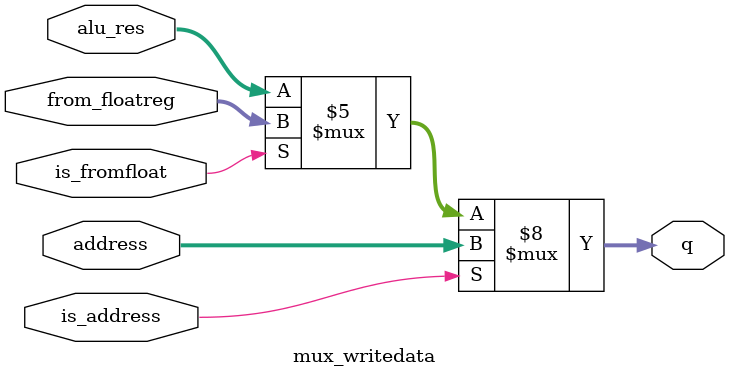
<source format=v>
module mux_writedata (
    alu_res,
    address,
    from_floatreg,
    is_address,
    is_fromfloat,
    q);

    input [31:0] alu_res;
    input [31:0] address;
    input [31:0] from_floatreg;
    input is_address;
    input is_fromfloat;
    output reg [31:0] q;

    always @ (*) begin
        if (is_address == 1'b1)
            q <= address;
        else if (is_fromfloat == 1'b1)
            q <= from_floatreg;
        else
            q <= alu_res;
    end
endmodule


</source>
